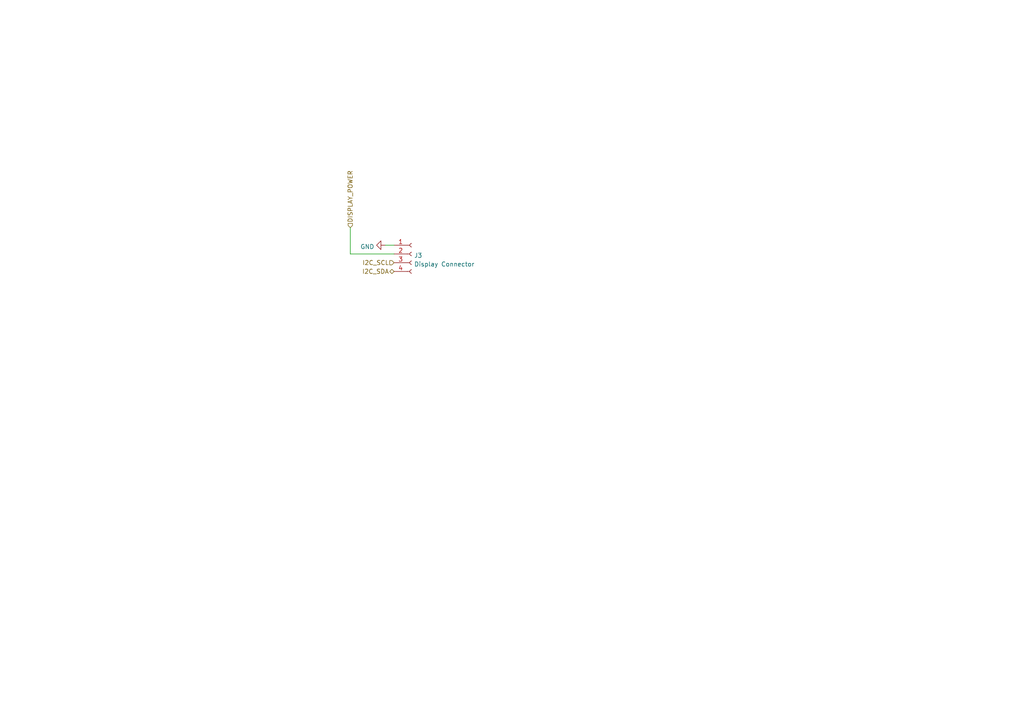
<source format=kicad_sch>
(kicad_sch (version 20211123) (generator eeschema)
  (paper "A4")
  (lib_symbols
    (symbol "Connector:Conn_01x04_Female" (pin_names (offset 1.016) hide)
      (property "Reference" "J" (at 0 5.08 0))
      (property "Value" "Conn_01x04_Female" (at 0 -7.62 0))
      (symbol "Conn_01x04_Female_1_1"
        (arc (start 0 -4.572) (mid -0.508 -5.08) (end 0 -5.588) (stroke (width 0.1524)))
        (arc (start 0 -2.032) (mid -0.508 -2.54) (end 0 -3.048) (stroke (width 0.1524)))
        (polyline (pts (xy -1.27 -5.08) (xy -0.508 -5.08)) (stroke (width 0.1524)))
        (polyline (pts (xy -1.27 -2.54) (xy -0.508 -2.54)) (stroke (width 0.1524)))
        (polyline (pts (xy -1.27 0) (xy -0.508 0)) (stroke (width 0.1524)))
        (polyline (pts (xy -1.27 2.54) (xy -0.508 2.54)) (stroke (width 0.1524)))
        (arc (start 0 0.508) (mid -0.508 0) (end 0 -0.508) (stroke (width 0.1524)))
        (arc (start 0 3.048) (mid -0.508 2.54) (end 0 2.032) (stroke (width 0.1524)))
        (pin passive line (at -5.08 2.54 0) (length 3.81) (name "Pin_1") (number "1"))
        (pin passive line (at -5.08 0 0) (length 3.81) (name "Pin_2") (number "2"))
        (pin passive line (at -5.08 -2.54 0) (length 3.81) (name "Pin_3") (number "3"))
        (pin passive line (at -5.08 -5.08 0) (length 3.81) (name "Pin_4") (number "4"))
      )
    )
    (symbol "power:GND" (power) (pin_names (offset 0))
      (property "Value" "GND" (at 0 -3.81 0))
      (symbol "GND_0_1"
        (polyline (pts (xy 0 0) (xy 0 -1.27) (xy 1.27 -1.27) (xy 0 -2.54) (xy -1.27 -1.27) (xy 0 -1.27)))
      )
      (symbol "GND_1_1"
        (pin power_in line (at 0 0 270) (length 0) hide (name "GND") (number "1"))
      )
    )
  )
  (wire (pts (xy 111.76 71.12) (xy 114.3 71.12)))
  (wire (pts (xy 114.3 73.66) (xy 101.6 73.66)))
  (wire (pts (xy 101.6 73.66) (xy 101.6 66.04)))
  (hierarchical_label "I2C_SCL" (shape input) (at 114.3 76.2 180))
  (hierarchical_label "I2C_SDA" (shape bidirectional) (at 114.3 78.74 180))
  (hierarchical_label "DISPLAY_POWER" (shape input) (at 101.6 66.04 90))
  (symbol (lib_id "Connector:Conn_01x04_Female") (at 119.38 73.66 0) (unit 1)
    (property "Reference" "J3" (at 120.0912 74.0953 0) (effects (justify left)))
    (property "Value" "Display Connector" (at 120.0912 76.6322 0) (effects (justify left)))
    (property "Footprint" "Custom:0.96'' Display" (effects hide))
  )
  (symbol (lib_id "power:GND") (at 111.76 71.12 270) (unit 1)
    (property "Reference" "#PWR0112" (effects hide))
    (property "Value" "GND" (at 108.5851 71.5538 90) (effects (justify right)))
  )
)
</source>
